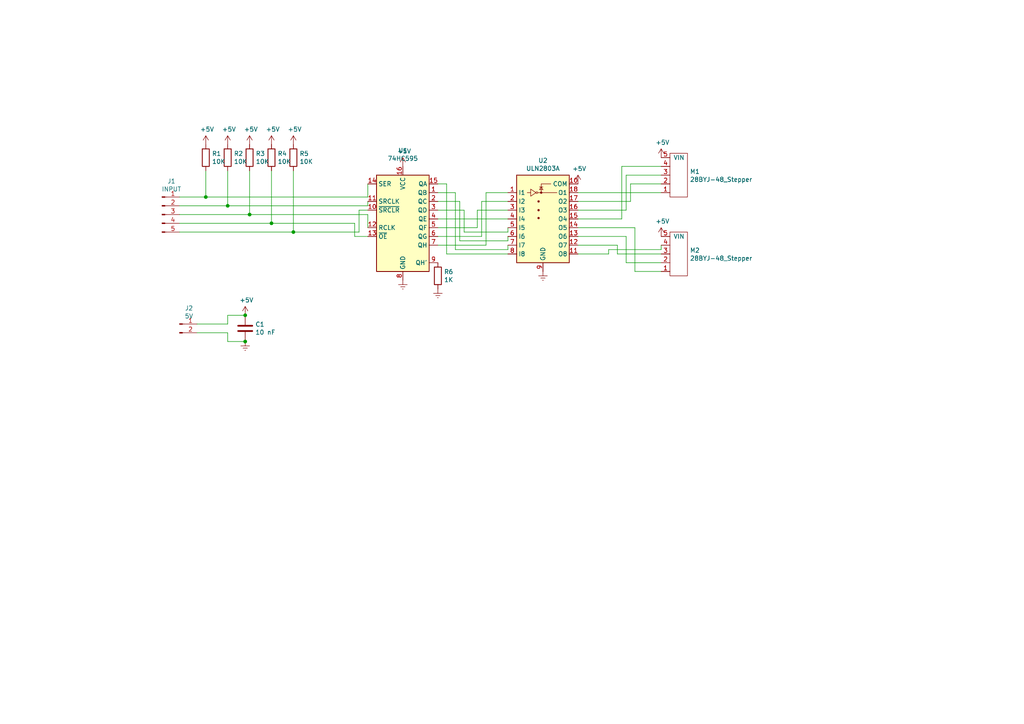
<source format=kicad_sch>
(kicad_sch (version 20211123) (generator eeschema)
  (paper "A4")
  (lib_symbols
    (symbol "28byj_controller-rescue:28BYJ-48_Stepper-FlightMotors" (pin_names (offset 1.016))
      (property "Reference" "M" (at 0 15.24 0))
      (property "Value" "28BYJ-48_Stepper-FlightMotors" (at 0 0 0))
      (symbol "28BYJ-48_Stepper-FlightMotors_0_1"
        (rectangle (start -2.54 13.97) (end 2.54 1.27))
      )
      (symbol "28BYJ-48_Stepper-FlightMotors_1_1"
        (pin power_in line (at 5.08 12.7 180) (length 2.54) (name "~") (number "1"))
        (pin power_in line (at 5.08 10.16 180) (length 2.54) (name "~") (number "2"))
        (pin power_in line (at 5.08 7.62 180) (length 2.54) (name "~") (number "3"))
        (pin power_in line (at 5.08 5.08 180) (length 2.54) (name "~") (number "4"))
        (pin power_in line (at 5.08 2.54 180) (length 2.54) (name "VIN") (number "5"))
      )
    )
    (symbol "74xx:74HC595"
      (property "Reference" "U" (at -7.62 13.97 0))
      (property "Value" "74HC595" (at -7.62 -16.51 0))
      (symbol "74HC595_1_0"
        (pin tri_state line (at 10.16 7.62 180) (length 2.54) (name "QB") (number "1"))
        (pin input line (at -10.16 2.54 0) (length 2.54) (name "~{SRCLR}") (number "10"))
        (pin input line (at -10.16 5.08 0) (length 2.54) (name "SRCLK") (number "11"))
        (pin input line (at -10.16 -2.54 0) (length 2.54) (name "RCLK") (number "12"))
        (pin input line (at -10.16 -5.08 0) (length 2.54) (name "~{OE}") (number "13"))
        (pin input line (at -10.16 10.16 0) (length 2.54) (name "SER") (number "14"))
        (pin tri_state line (at 10.16 10.16 180) (length 2.54) (name "QA") (number "15"))
        (pin power_in line (at 0 15.24 270) (length 2.54) (name "VCC") (number "16"))
        (pin tri_state line (at 10.16 5.08 180) (length 2.54) (name "QC") (number "2"))
        (pin tri_state line (at 10.16 2.54 180) (length 2.54) (name "QD") (number "3"))
        (pin tri_state line (at 10.16 0 180) (length 2.54) (name "QE") (number "4"))
        (pin tri_state line (at 10.16 -2.54 180) (length 2.54) (name "QF") (number "5"))
        (pin tri_state line (at 10.16 -5.08 180) (length 2.54) (name "QG") (number "6"))
        (pin tri_state line (at 10.16 -7.62 180) (length 2.54) (name "QH") (number "7"))
        (pin power_in line (at 0 -17.78 90) (length 2.54) (name "GND") (number "8"))
        (pin output line (at 10.16 -12.7 180) (length 2.54) (name "QH'") (number "9"))
      )
      (symbol "74HC595_1_1"
        (rectangle (start -7.62 12.7) (end 7.62 -15.24) (stroke (width 0.254)) (fill (type background)))
      )
    )
    (symbol "Connector:Conn_01x02_Male" (pin_names (offset 1.016) hide)
      (property "Reference" "J" (at 0 2.54 0))
      (property "Value" "Conn_01x02_Male" (at 0 -5.08 0))
      (symbol "Conn_01x02_Male_1_1"
        (polyline (pts (xy 1.27 -2.54) (xy 0.8636 -2.54)) (stroke (width 0.1524)))
        (polyline (pts (xy 1.27 0) (xy 0.8636 0)) (stroke (width 0.1524)))
        (rectangle (start 0.8636 -2.413) (end 0 -2.667) (stroke (width 0.1524)) (fill (type outline)))
        (rectangle (start 0.8636 0.127) (end 0 -0.127) (stroke (width 0.1524)) (fill (type outline)))
        (pin passive line (at 5.08 0 180) (length 3.81) (name "Pin_1") (number "1"))
        (pin passive line (at 5.08 -2.54 180) (length 3.81) (name "Pin_2") (number "2"))
      )
    )
    (symbol "Connector:Conn_01x05_Male" (pin_names (offset 1.016) hide)
      (property "Reference" "J" (at 0 7.62 0))
      (property "Value" "Conn_01x05_Male" (at 0 -7.62 0))
      (symbol "Conn_01x05_Male_1_1"
        (polyline (pts (xy 1.27 -5.08) (xy 0.8636 -5.08)) (stroke (width 0.1524)))
        (polyline (pts (xy 1.27 -2.54) (xy 0.8636 -2.54)) (stroke (width 0.1524)))
        (polyline (pts (xy 1.27 0) (xy 0.8636 0)) (stroke (width 0.1524)))
        (polyline (pts (xy 1.27 2.54) (xy 0.8636 2.54)) (stroke (width 0.1524)))
        (polyline (pts (xy 1.27 5.08) (xy 0.8636 5.08)) (stroke (width 0.1524)))
        (rectangle (start 0.8636 -4.953) (end 0 -5.207) (stroke (width 0.1524)) (fill (type outline)))
        (rectangle (start 0.8636 -2.413) (end 0 -2.667) (stroke (width 0.1524)) (fill (type outline)))
        (rectangle (start 0.8636 0.127) (end 0 -0.127) (stroke (width 0.1524)) (fill (type outline)))
        (rectangle (start 0.8636 2.667) (end 0 2.413) (stroke (width 0.1524)) (fill (type outline)))
        (rectangle (start 0.8636 5.207) (end 0 4.953) (stroke (width 0.1524)) (fill (type outline)))
        (pin passive line (at 5.08 5.08 180) (length 3.81) (name "Pin_1") (number "1"))
        (pin passive line (at 5.08 2.54 180) (length 3.81) (name "Pin_2") (number "2"))
        (pin passive line (at 5.08 0 180) (length 3.81) (name "Pin_3") (number "3"))
        (pin passive line (at 5.08 -2.54 180) (length 3.81) (name "Pin_4") (number "4"))
        (pin passive line (at 5.08 -5.08 180) (length 3.81) (name "Pin_5") (number "5"))
      )
    )
    (symbol "Device:C" (pin_numbers hide) (pin_names (offset 0.254))
      (property "Reference" "C" (at 0.635 2.54 0))
      (property "Value" "C" (at 0.635 -2.54 0))
      (symbol "C_0_1"
        (polyline (pts (xy -2.032 -0.762) (xy 2.032 -0.762)) (stroke (width 0.508)))
        (polyline (pts (xy -2.032 0.762) (xy 2.032 0.762)) (stroke (width 0.508)))
      )
      (symbol "C_1_1"
        (pin passive line (at 0 3.81 270) (length 2.794) (name "~") (number "1"))
        (pin passive line (at 0 -3.81 90) (length 2.794) (name "~") (number "2"))
      )
    )
    (symbol "Device:R" (pin_numbers hide) (pin_names (offset 0))
      (property "Reference" "R" (at 2.032 0 90))
      (property "Value" "R" (at 0 0 90))
      (symbol "R_0_1"
        (rectangle (start -1.016 -2.54) (end 1.016 2.54) (stroke (width 0.254)))
      )
      (symbol "R_1_1"
        (pin passive line (at 0 3.81 270) (length 1.27) (name "~") (number "1"))
        (pin passive line (at 0 -3.81 90) (length 1.27) (name "~") (number "2"))
      )
    )
    (symbol "Transistor_Array:ULN2803A"
      (property "Reference" "U" (at 0 13.335 0))
      (property "Value" "ULN2803A" (at 0 11.43 0))
      (symbol "ULN2803A_0_1"
        (rectangle (start -7.62 -15.24) (end 7.62 10.16) (stroke (width 0.254)) (fill (type background)))
        (circle (center -1.778 5.08) (radius 0.254))
        (circle (center -1.27 -2.286) (radius 0.254) (fill (type outline)))
        (circle (center -1.27 0) (radius 0.254) (fill (type outline)))
        (circle (center -1.27 2.54) (radius 0.254) (fill (type outline)))
        (circle (center -0.508 5.08) (radius 0.254) (fill (type outline)))
        (polyline (pts (xy -4.572 5.08) (xy -3.556 5.08)))
        (polyline (pts (xy -1.524 5.08) (xy 4.064 5.08)))
        (polyline (pts (xy 0 6.731) (xy -1.016 6.731)))
        (polyline (pts (xy -0.508 5.08) (xy -0.508 7.62) (xy 2.286 7.62)))
        (polyline (pts (xy -3.556 6.096) (xy -3.556 4.064) (xy -2.032 5.08) (xy -3.556 6.096)))
        (polyline (pts (xy 0 5.969) (xy -1.016 5.969) (xy -0.508 6.731) (xy 0 5.969)))
      )
      (symbol "ULN2803A_1_1"
        (pin input line (at -10.16 5.08 0) (length 2.54) (name "I1") (number "1"))
        (pin passive line (at 10.16 7.62 180) (length 2.54) (name "COM") (number "10"))
        (pin open_collector line (at 10.16 -12.7 180) (length 2.54) (name "O8") (number "11"))
        (pin open_collector line (at 10.16 -10.16 180) (length 2.54) (name "O7") (number "12"))
        (pin open_collector line (at 10.16 -7.62 180) (length 2.54) (name "O6") (number "13"))
        (pin open_collector line (at 10.16 -5.08 180) (length 2.54) (name "O5") (number "14"))
        (pin open_collector line (at 10.16 -2.54 180) (length 2.54) (name "O4") (number "15"))
        (pin open_collector line (at 10.16 0 180) (length 2.54) (name "O3") (number "16"))
        (pin open_collector line (at 10.16 2.54 180) (length 2.54) (name "O2") (number "17"))
        (pin open_collector line (at 10.16 5.08 180) (length 2.54) (name "O1") (number "18"))
        (pin input line (at -10.16 2.54 0) (length 2.54) (name "I2") (number "2"))
        (pin input line (at -10.16 0 0) (length 2.54) (name "I3") (number "3"))
        (pin input line (at -10.16 -2.54 0) (length 2.54) (name "I4") (number "4"))
        (pin input line (at -10.16 -5.08 0) (length 2.54) (name "I5") (number "5"))
        (pin input line (at -10.16 -7.62 0) (length 2.54) (name "I6") (number "6"))
        (pin input line (at -10.16 -10.16 0) (length 2.54) (name "I7") (number "7"))
        (pin input line (at -10.16 -12.7 0) (length 2.54) (name "I8") (number "8"))
        (pin power_in line (at 0 -17.78 90) (length 2.54) (name "GND") (number "9"))
      )
    )
    (symbol "power:+5V" (power) (pin_names (offset 0))
      (property "Value" "+5V" (at 0 3.556 0))
      (symbol "+5V_0_1"
        (polyline (pts (xy -0.762 1.27) (xy 0 2.54)))
        (polyline (pts (xy 0 0) (xy 0 2.54)))
        (polyline (pts (xy 0 2.54) (xy 0.762 1.27)))
      )
      (symbol "+5V_1_1"
        (pin power_in line (at 0 0 90) (length 0) hide (name "+5V") (number "1"))
      )
    )
    (symbol "power:Earth" (power) (pin_names (offset 0))
      (symbol "Earth_0_1"
        (polyline (pts (xy -0.635 -1.905) (xy 0.635 -1.905)))
        (polyline (pts (xy -0.127 -2.54) (xy 0.127 -2.54)))
        (polyline (pts (xy 0 -1.27) (xy 0 0)))
        (polyline (pts (xy 1.27 -1.27) (xy -1.27 -1.27)))
      )
      (symbol "Earth_1_1"
        (pin power_in line (at 0 0 270) (length 0) hide (name "Earth") (number "1"))
      )
    )
  )
  (junction (at 59.69 57.15))
  (junction (at 72.39 62.23))
  (junction (at 71.12 91.44))
  (junction (at 71.12 99.06))
  (junction (at 85.09 67.31))
  (junction (at 78.74 64.77))
  (junction (at 66.04 59.69))
  (wire (pts (xy 78.74 49.53) (xy 78.74 64.77)))
  (wire (pts (xy 129.54 73.66) (xy 147.32 73.66)))
  (wire (pts (xy 127 53.34) (xy 129.54 53.34)))
  (wire (pts (xy 180.34 48.26) (xy 191.77 48.26)))
  (wire (pts (xy 176.53 72.39) (xy 191.77 72.39)))
  (wire (pts (xy 134.62 67.31) (xy 147.32 67.31)))
  (wire (pts (xy 66.04 49.53) (xy 66.04 59.69)))
  (wire (pts (xy 59.69 57.15) (xy 106.68 57.15)))
  (wire (pts (xy 52.07 62.23) (xy 72.39 62.23)))
  (wire (pts (xy 85.09 49.53) (xy 85.09 67.31)))
  (wire (pts (xy 106.68 57.15) (xy 106.68 53.34)))
  (wire (pts (xy 139.7 68.58) (xy 139.7 58.42)))
  (wire (pts (xy 138.43 60.96) (xy 147.32 60.96)))
  (wire (pts (xy 147.32 67.31) (xy 147.32 66.04)))
  (wire (pts (xy 179.07 71.12) (xy 179.07 73.66)))
  (wire (pts (xy 129.54 53.34) (xy 129.54 73.66)))
  (wire (pts (xy 179.07 73.66) (xy 191.77 73.66)))
  (wire (pts (xy 182.88 53.34) (xy 191.77 53.34)))
  (wire (pts (xy 140.97 55.88) (xy 147.32 55.88)))
  (wire (pts (xy 127 66.04) (xy 138.43 66.04)))
  (wire (pts (xy 167.64 63.5) (xy 180.34 63.5)))
  (wire (pts (xy 167.64 58.42) (xy 182.88 58.42)))
  (wire (pts (xy 181.61 68.58) (xy 181.61 76.2)))
  (wire (pts (xy 127 55.88) (xy 132.08 55.88)))
  (wire (pts (xy 52.07 59.69) (xy 66.04 59.69)))
  (wire (pts (xy 59.69 49.53) (xy 59.69 57.15)))
  (wire (pts (xy 78.74 64.77) (xy 102.87 64.77)))
  (wire (pts (xy 139.7 58.42) (xy 147.32 58.42)))
  (wire (pts (xy 184.15 66.04) (xy 184.15 78.74)))
  (wire (pts (xy 132.08 55.88) (xy 132.08 72.39)))
  (wire (pts (xy 52.07 64.77) (xy 78.74 64.77)))
  (wire (pts (xy 127 63.5) (xy 147.32 63.5)))
  (wire (pts (xy 167.64 66.04) (xy 184.15 66.04)))
  (wire (pts (xy 167.64 60.96) (xy 181.61 60.96)))
  (wire (pts (xy 184.15 78.74) (xy 191.77 78.74)))
  (wire (pts (xy 106.68 62.23) (xy 106.68 66.04)))
  (wire (pts (xy 181.61 50.8) (xy 191.77 50.8)))
  (wire (pts (xy 133.35 58.42) (xy 133.35 69.85)))
  (wire (pts (xy 52.07 57.15) (xy 59.69 57.15)))
  (wire (pts (xy 104.14 60.96) (xy 106.68 60.96)))
  (wire (pts (xy 72.39 62.23) (xy 106.68 62.23)))
  (wire (pts (xy 104.14 67.31) (xy 104.14 60.96)))
  (wire (pts (xy 182.88 58.42) (xy 182.88 53.34)))
  (wire (pts (xy 191.77 72.39) (xy 191.77 71.12)))
  (wire (pts (xy 66.04 93.98) (xy 66.04 91.44)))
  (wire (pts (xy 66.04 91.44) (xy 71.12 91.44)))
  (wire (pts (xy 181.61 76.2) (xy 191.77 76.2)))
  (wire (pts (xy 57.15 96.52) (xy 66.04 96.52)))
  (wire (pts (xy 85.09 67.31) (xy 104.14 67.31)))
  (wire (pts (xy 133.35 69.85) (xy 147.32 69.85)))
  (wire (pts (xy 138.43 66.04) (xy 138.43 60.96)))
  (wire (pts (xy 134.62 60.96) (xy 134.62 67.31)))
  (wire (pts (xy 106.68 59.69) (xy 106.68 58.42)))
  (wire (pts (xy 181.61 60.96) (xy 181.61 50.8)))
  (wire (pts (xy 147.32 69.85) (xy 147.32 68.58)))
  (wire (pts (xy 167.64 55.88) (xy 191.77 55.88)))
  (wire (pts (xy 147.32 72.39) (xy 147.32 71.12)))
  (wire (pts (xy 167.64 73.66) (xy 176.53 73.66)))
  (wire (pts (xy 167.64 71.12) (xy 179.07 71.12)))
  (wire (pts (xy 66.04 99.06) (xy 71.12 99.06)))
  (wire (pts (xy 102.87 64.77) (xy 102.87 68.58)))
  (wire (pts (xy 102.87 68.58) (xy 106.68 68.58)))
  (wire (pts (xy 167.64 68.58) (xy 181.61 68.58)))
  (wire (pts (xy 140.97 71.12) (xy 140.97 55.88)))
  (wire (pts (xy 176.53 73.66) (xy 176.53 72.39)))
  (wire (pts (xy 66.04 59.69) (xy 106.68 59.69)))
  (wire (pts (xy 72.39 49.53) (xy 72.39 62.23)))
  (wire (pts (xy 127 58.42) (xy 133.35 58.42)))
  (wire (pts (xy 57.15 93.98) (xy 66.04 93.98)))
  (wire (pts (xy 127 68.58) (xy 139.7 68.58)))
  (wire (pts (xy 52.07 67.31) (xy 85.09 67.31)))
  (wire (pts (xy 127 71.12) (xy 140.97 71.12)))
  (wire (pts (xy 127 60.96) (xy 134.62 60.96)))
  (wire (pts (xy 132.08 72.39) (xy 147.32 72.39)))
  (wire (pts (xy 66.04 96.52) (xy 66.04 99.06)))
  (wire (pts (xy 180.34 63.5) (xy 180.34 48.26)))
  (symbol (lib_id "28byj_controller-rescue:28BYJ-48_Stepper-FlightMotors") (at 196.85 43.18 180) (unit 1)
    (property "Reference" "M1" (at 200.1012 49.7586 0) (effects (justify right)))
    (property "Value" "28BYJ-48_Stepper" (at 200.1012 52.07 0) (effects (justify right)))
    (property "Footprint" "Connector_JST:JST_XH_B5B-XH-A_1x05_P2.50mm_Vertical" (effects hide))
  )
  (symbol (lib_id "74xx:74HC595") (at 116.84 63.5 0) (unit 1)
    (property "Reference" "U1" (at 116.84 43.6626 0))
    (property "Value" "74HC595" (at 116.84 45.974 0))
    (property "Footprint" "Package_SO:SO-16_3.9x9.9mm_P1.27mm" (effects hide))
    (property "Datasheet" "http://www.ti.com/lit/ds/symlink/sn74hc595.pdf" (effects hide))
  )
  (symbol (lib_id "28byj_controller-rescue:28BYJ-48_Stepper-FlightMotors") (at 196.85 66.04 180) (unit 1)
    (property "Reference" "M2" (at 200.1012 72.6186 0) (effects (justify right)))
    (property "Value" "28BYJ-48_Stepper" (at 200.1012 74.93 0) (effects (justify right)))
    (property "Footprint" "Connector_JST:JST_XH_B5B-XH-A_1x05_P2.50mm_Vertical" (effects hide))
  )
  (symbol (lib_id "Transistor_Array:ULN2803A") (at 157.48 60.96 0) (unit 1)
    (property "Reference" "U2" (at 157.48 46.5582 0))
    (property "Value" "ULN2803A" (at 157.48 48.8696 0))
    (property "Footprint" "Package_DIP:DIP-18_W7.62mm" (effects hide))
    (property "Datasheet" "http://www.ti.com/lit/ds/symlink/uln2803a.pdf" (effects hide))
  )
  (symbol (lib_id "Connector:Conn_01x05_Male") (at 46.99 62.23 0) (unit 1)
    (property "Reference" "J1" (at 49.7332 52.5526 0))
    (property "Value" "INPUT" (at 49.7332 54.864 0))
    (property "Footprint" "Connector_PinSocket_2.54mm:PinSocket_1x05_P2.54mm_Vertical" (effects hide))
  )
  (symbol (lib_id "power:Earth") (at 116.84 81.28 0) (unit 1)
    (property "Reference" "#PWR0101" (effects hide))
    (property "Value" "Earth" (effects hide))
  )
  (symbol (lib_id "Device:R") (at 59.69 45.72 0) (unit 1)
    (property "Reference" "R1" (at 61.468 44.5516 0) (effects (justify left)))
    (property "Value" "10K" (at 61.468 46.863 0) (effects (justify left)))
    (property "Footprint" "Resistor_SMD:R_0805_2012Metric_Pad1.20x1.40mm_HandSolder" (effects hide))
  )
  (symbol (lib_id "Device:R") (at 66.04 45.72 0) (unit 1)
    (property "Reference" "R2" (at 67.818 44.5516 0) (effects (justify left)))
    (property "Value" "10K" (at 67.818 46.863 0) (effects (justify left)))
    (property "Footprint" "Resistor_SMD:R_0805_2012Metric_Pad1.20x1.40mm_HandSolder" (effects hide))
  )
  (symbol (lib_id "Device:R") (at 72.39 45.72 0) (unit 1)
    (property "Reference" "R3" (at 74.168 44.5516 0) (effects (justify left)))
    (property "Value" "10K" (at 74.168 46.863 0) (effects (justify left)))
    (property "Footprint" "Resistor_SMD:R_0805_2012Metric_Pad1.20x1.40mm_HandSolder" (effects hide))
  )
  (symbol (lib_id "Device:R") (at 78.74 45.72 0) (unit 1)
    (property "Reference" "R4" (at 80.518 44.5516 0) (effects (justify left)))
    (property "Value" "10K" (at 80.518 46.863 0) (effects (justify left)))
    (property "Footprint" "Resistor_SMD:R_0805_2012Metric_Pad1.20x1.40mm_HandSolder" (effects hide))
  )
  (symbol (lib_id "Device:R") (at 85.09 45.72 0) (unit 1)
    (property "Reference" "R5" (at 86.868 44.5516 0) (effects (justify left)))
    (property "Value" "10K" (at 86.868 46.863 0) (effects (justify left)))
    (property "Footprint" "Resistor_SMD:R_0805_2012Metric_Pad1.20x1.40mm_HandSolder" (effects hide))
  )
  (symbol (lib_id "power:+5V") (at 59.69 41.91 0) (unit 1)
    (property "Reference" "#PWR0102" (effects hide))
    (property "Value" "+5V" (at 60.071 37.5158 0))
  )
  (symbol (lib_id "power:+5V") (at 66.04 41.91 0) (unit 1)
    (property "Reference" "#PWR0103" (effects hide))
    (property "Value" "+5V" (at 66.421 37.5158 0))
  )
  (symbol (lib_id "power:+5V") (at 72.39 41.91 0) (unit 1)
    (property "Reference" "#PWR0104" (effects hide))
    (property "Value" "+5V" (at 72.771 37.5158 0))
  )
  (symbol (lib_id "power:+5V") (at 78.74 41.91 0) (unit 1)
    (property "Reference" "#PWR0105" (effects hide))
    (property "Value" "+5V" (at 79.121 37.5158 0))
  )
  (symbol (lib_id "power:+5V") (at 85.09 41.91 0) (unit 1)
    (property "Reference" "#PWR0106" (effects hide))
    (property "Value" "+5V" (at 85.471 37.5158 0))
  )
  (symbol (lib_id "Device:R") (at 127 80.01 0) (unit 1)
    (property "Reference" "R6" (at 128.778 78.8416 0) (effects (justify left)))
    (property "Value" "1K" (at 128.778 81.153 0) (effects (justify left)))
    (property "Footprint" "Resistor_SMD:R_0805_2012Metric_Pad1.20x1.40mm_HandSolder" (effects hide))
  )
  (symbol (lib_id "power:Earth") (at 127 83.82 0) (unit 1)
    (property "Reference" "#PWR0107" (effects hide))
    (property "Value" "Earth" (effects hide))
  )
  (symbol (lib_id "power:+5V") (at 191.77 68.58 0) (unit 1)
    (property "Reference" "#PWR0108" (effects hide))
    (property "Value" "+5V" (at 192.151 64.1858 0))
  )
  (symbol (lib_id "power:+5V") (at 191.77 45.72 0) (unit 1)
    (property "Reference" "#PWR0109" (effects hide))
    (property "Value" "+5V" (at 192.151 41.3258 0))
  )
  (symbol (lib_id "power:+5V") (at 167.64 53.34 0) (unit 1)
    (property "Reference" "#PWR0110" (effects hide))
    (property "Value" "+5V" (at 168.021 48.9458 0))
  )
  (symbol (lib_id "power:Earth") (at 157.48 78.74 0) (unit 1)
    (property "Reference" "#PWR0111" (effects hide))
    (property "Value" "Earth" (effects hide))
  )
  (symbol (lib_id "Connector:Conn_01x02_Male") (at 52.07 93.98 0) (unit 1)
    (property "Reference" "J2" (at 54.8132 89.3826 0))
    (property "Value" "5V" (at 54.8132 91.694 0))
    (property "Footprint" "Connector_PinSocket_2.54mm:PinSocket_1x02_P2.54mm_Vertical" (effects hide))
  )
  (symbol (lib_id "Device:C") (at 71.12 95.25 0) (unit 1)
    (property "Reference" "C1" (at 74.041 94.0816 0) (effects (justify left)))
    (property "Value" "10 nF" (at 74.041 96.393 0) (effects (justify left)))
    (property "Footprint" "Capacitor_SMD:C_0805_2012Metric_Pad1.18x1.45mm_HandSolder" (effects hide))
  )
  (symbol (lib_id "power:+5V") (at 71.12 91.44 0) (unit 1)
    (property "Reference" "#PWR0112" (effects hide))
    (property "Value" "+5V" (at 71.501 87.0458 0))
  )
  (symbol (lib_id "power:Earth") (at 71.12 99.06 0) (unit 1)
    (property "Reference" "#PWR0113" (effects hide))
    (property "Value" "Earth" (effects hide))
  )
  (symbol (lib_id "power:+5V") (at 116.84 48.26 0) (unit 1)
    (property "Reference" "#PWR0114" (effects hide))
    (property "Value" "+5V" (at 117.221 43.8658 0))
  )
)
</source>
